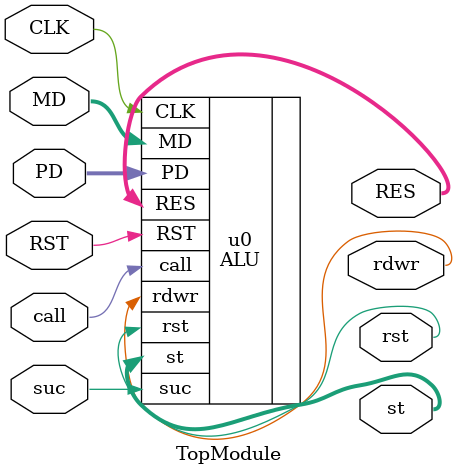
<source format=v>
module TopModule(CLK, RST, call, PD, MD, suc, RES, st, rst, rdwr);
	input CLK;					/* システムクロック */
	input RST;					/* リセット信号 */
	input call;					/* 認証要請 */
	input suc;					/* 認証の成否 */
	input [255:0] PD;			/* シフトレジスタからのデータ(α) */
	input [255:0] MD;			/* メモリからのデータ(An, Mn) */
	output [255:0] RES;		/* 演算結果 */
	output rst;
	output [2:0] st;			/* 状態 */
	output rdwr;				/* rdwr = 0:メモリからの読み出し,rdwr = 1:メモリへの書き込み */
	
	wire [2:0] w_st;
	
	ALU u0(.CLK(CLK), .RST(RST), .call(call), .suc(suc), .PD(PD), .MD(MD), .RES(RES), .st(st), .rst(rst), .rdwr(rdwr));//,adr);
	
endmodule
</source>
